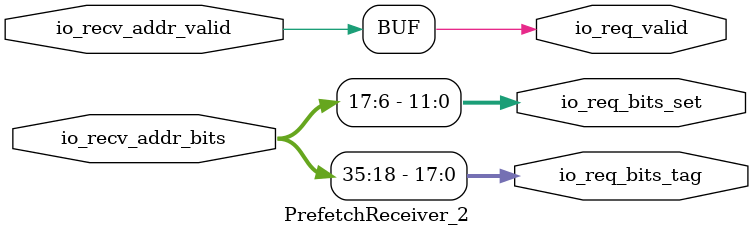
<source format=sv>
`ifndef RANDOMIZE
  `ifdef RANDOMIZE_MEM_INIT
    `define RANDOMIZE
  `endif // RANDOMIZE_MEM_INIT
`endif // not def RANDOMIZE
`ifndef RANDOMIZE
  `ifdef RANDOMIZE_REG_INIT
    `define RANDOMIZE
  `endif // RANDOMIZE_REG_INIT
`endif // not def RANDOMIZE

`ifndef RANDOM
  `define RANDOM $random
`endif // not def RANDOM

// Users can define INIT_RANDOM as general code that gets injected into the
// initializer block for modules with registers.
`ifndef INIT_RANDOM
  `define INIT_RANDOM
`endif // not def INIT_RANDOM

// If using random initialization, you can also define RANDOMIZE_DELAY to
// customize the delay used, otherwise 0.002 is used.
`ifndef RANDOMIZE_DELAY
  `define RANDOMIZE_DELAY 0.002
`endif // not def RANDOMIZE_DELAY

// Define INIT_RANDOM_PROLOG_ for use in our modules below.
`ifndef INIT_RANDOM_PROLOG_
  `ifdef RANDOMIZE
    `ifdef VERILATOR
      `define INIT_RANDOM_PROLOG_ `INIT_RANDOM
    `else  // VERILATOR
      `define INIT_RANDOM_PROLOG_ `INIT_RANDOM #`RANDOMIZE_DELAY begin end
    `endif // VERILATOR
  `else  // RANDOMIZE
    `define INIT_RANDOM_PROLOG_
  `endif // RANDOMIZE
`endif // not def INIT_RANDOM_PROLOG_

// Include register initializers in init blocks unless synthesis is set
`ifndef SYNTHESIS
  `ifndef ENABLE_INITIAL_REG_
    `define ENABLE_INITIAL_REG_
  `endif // not def ENABLE_INITIAL_REG_
`endif // not def SYNTHESIS

// Include rmemory initializers in init blocks unless synthesis is set
`ifndef SYNTHESIS
  `ifndef ENABLE_INITIAL_MEM_
    `define ENABLE_INITIAL_MEM_
  `endif // not def ENABLE_INITIAL_MEM_
`endif // not def SYNTHESIS

module PrefetchReceiver_2(
  output        io_req_valid,
  output [17:0] io_req_bits_tag,
  output [11:0] io_req_bits_set,
  input         io_recv_addr_valid,
  input  [63:0] io_recv_addr_bits
);

  assign io_req_valid = io_recv_addr_valid;
  assign io_req_bits_tag = io_recv_addr_bits[35:18];
  assign io_req_bits_set = io_recv_addr_bits[17:6];
endmodule


</source>
